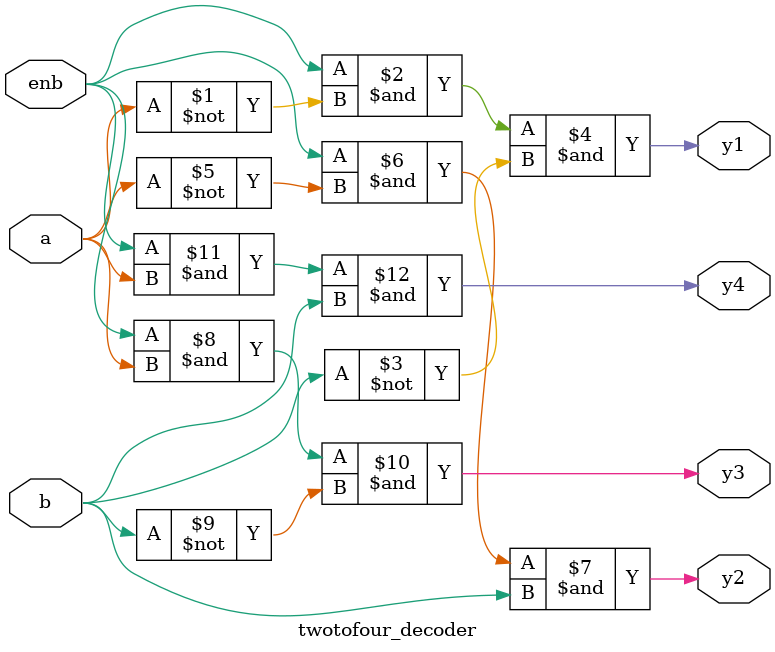
<source format=v>
module twotofour_decoder(a,b,enb,y1,y2,y3,y4);

input a,b,enb;
output y1,y2,y3,y4;

assign y1 = (enb) & (~a) & (~b);
assign y2 = (enb)&(~a) & (b);
assign y3 = (enb)&(a) & (~b);
assign y4 = (enb)& (a) & (b);
endmodule

</source>
